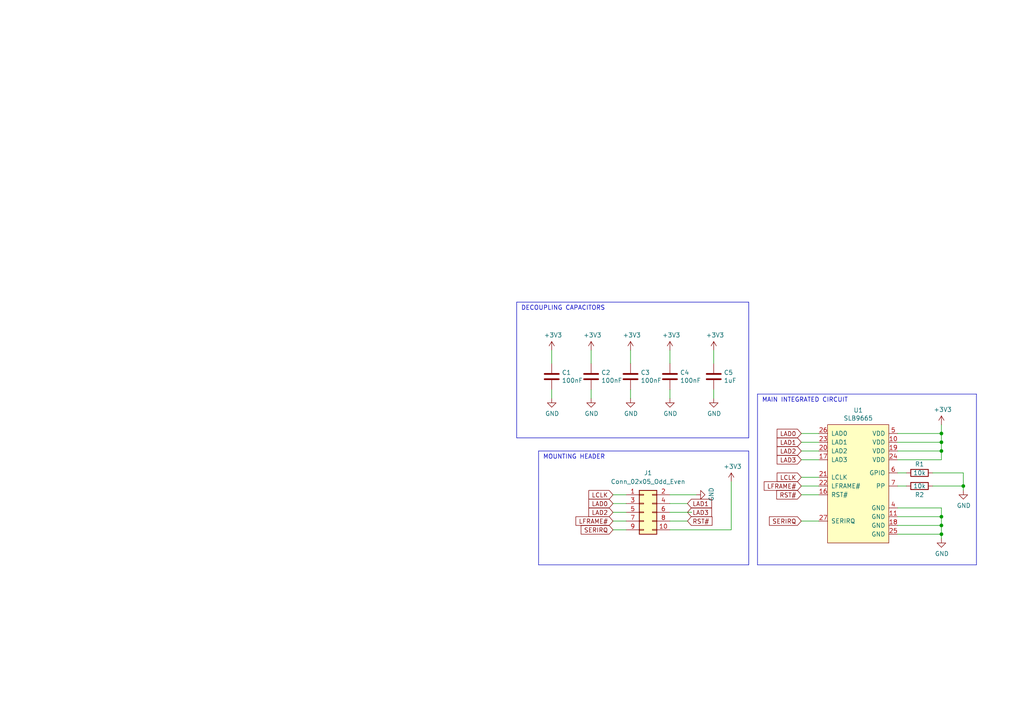
<source format=kicad_sch>
(kicad_sch (version 20230121) (generator eeschema)
  (paper "A4")
  (title_block (title "LPC TPM Module") (date "2023-12-13") (rev "0.1.0") (company "3mdeb") (comment 1 "R,C - 0603") (comment 2 "Pin header - Female 2x5pin, Pitch 2.54mm"))
  (lib_symbols
    (symbol "Connector_Generic:Conn_02x05_Odd_Even" (pin_names (offset 1.016) hide)
      (property "Reference" "J" (at 1.27 7.62 0))
      (property "Value" "Conn_02x05_Odd_Even" (at 1.27 -7.62 0))
      (symbol "Conn_02x05_Odd_Even_1_1"
        (rectangle (start -1.27 -4.953) (end 0 -5.207) (stroke (width 0.1524)))
        (rectangle (start -1.27 -2.413) (end 0 -2.667) (stroke (width 0.1524)))
        (rectangle (start -1.27 0.127) (end 0 -0.127) (stroke (width 0.1524)))
        (rectangle (start -1.27 2.667) (end 0 2.413) (stroke (width 0.1524)))
        (rectangle (start -1.27 5.207) (end 0 4.953) (stroke (width 0.1524)))
        (rectangle (start -1.27 6.35) (end 3.81 -6.35) (stroke (width 0.254)) (fill (type background)))
        (rectangle (start 3.81 -4.953) (end 2.54 -5.207) (stroke (width 0.1524)))
        (rectangle (start 3.81 -2.413) (end 2.54 -2.667) (stroke (width 0.1524)))
        (rectangle (start 3.81 0.127) (end 2.54 -0.127) (stroke (width 0.1524)))
        (rectangle (start 3.81 2.667) (end 2.54 2.413) (stroke (width 0.1524)))
        (rectangle (start 3.81 5.207) (end 2.54 4.953) (stroke (width 0.1524)))
        (pin passive line (at -5.08 5.08 0) (length 3.81) (name "Pin_1") (number "1"))
        (pin passive line (at 7.62 -5.08 180) (length 3.81) (name "Pin_10") (number "10"))
        (pin passive line (at 7.62 5.08 180) (length 3.81) (name "Pin_2") (number "2"))
        (pin passive line (at -5.08 2.54 0) (length 3.81) (name "Pin_3") (number "3"))
        (pin passive line (at 7.62 2.54 180) (length 3.81) (name "Pin_4") (number "4"))
        (pin passive line (at -5.08 0 0) (length 3.81) (name "Pin_5") (number "5"))
        (pin passive line (at 7.62 0 180) (length 3.81) (name "Pin_6") (number "6"))
        (pin passive line (at -5.08 -2.54 0) (length 3.81) (name "Pin_7") (number "7"))
        (pin passive line (at 7.62 -2.54 180) (length 3.81) (name "Pin_8") (number "8"))
        (pin passive line (at -5.08 -5.08 0) (length 3.81) (name "Pin_9") (number "9"))
      )
    )
    (symbol "Device:C" (pin_numbers hide) (pin_names (offset 0.254))
      (property "Reference" "C" (at 0.635 2.54 0))
      (property "Value" "C" (at 0.635 -2.54 0))
      (symbol "C_0_1"
        (polyline (pts (xy -2.032 -0.762) (xy 2.032 -0.762)) (stroke (width 0.508)))
        (polyline (pts (xy -2.032 0.762) (xy 2.032 0.762)) (stroke (width 0.508)))
      )
      (symbol "C_1_1"
        (pin passive line (at 0 3.81 270) (length 2.794) (name "~") (number "1"))
        (pin passive line (at 0 -3.81 90) (length 2.794) (name "~") (number "2"))
      )
    )
    (symbol "Device:R" (pin_numbers hide) (pin_names (offset 0))
      (property "Reference" "R" (at 2.032 0 90))
      (property "Value" "R" (at 0 0 90))
      (symbol "R_0_1"
        (rectangle (start -1.016 -2.54) (end 1.016 2.54) (stroke (width 0.254)))
      )
      (symbol "R_1_1"
        (pin passive line (at 0 3.81 270) (length 1.27) (name "~") (number "1"))
        (pin passive line (at 0 -3.81 90) (length 1.27) (name "~") (number "2"))
      )
    )
    (symbol "power:+3V3" (power) (pin_names (offset 0))
      (property "Value" "+3V3" (at 0 3.556 0))
      (symbol "+3V3_0_1"
        (polyline (pts (xy -0.762 1.27) (xy 0 2.54)))
        (polyline (pts (xy 0 0) (xy 0 2.54)))
        (polyline (pts (xy 0 2.54) (xy 0.762 1.27)))
      )
      (symbol "+3V3_1_1"
        (pin power_in line (at 0 0 90) (length 0) hide (name "+3V3") (number "1"))
      )
    )
    (symbol "power:GND" (power) (pin_names (offset 0))
      (property "Value" "GND" (at 0 -3.81 0))
      (symbol "GND_0_1"
        (polyline (pts (xy 0 0) (xy 0 -1.27) (xy 1.27 -1.27) (xy 0 -2.54) (xy -1.27 -1.27) (xy 0 -1.27)))
      )
      (symbol "GND_1_1"
        (pin power_in line (at 0 0 270) (length 0) hide (name "GND") (number "1"))
      )
    )
    (symbol "tpm-rescue:SLB9665-3mdeb" (pin_names (offset 1.016))
      (property "Reference" "U" (at -7.62 17.78 0))
      (property "Value" "3mdeb:SLB9665" (at 4.445 17.78 0))
      (symbol "SLB9665-3mdeb_0_1"
        (rectangle (start -8.89 16.51) (end 8.89 -17.78) (fill (type background)))
      )
      (symbol "SLB9665-3mdeb_1_1"
        (pin input line (at 11.43 11.43 180) (length 2.54) (name "VDD") (number "10"))
        (pin power_out line (at 11.43 -10.16 180) (length 2.54) (name "GND") (number "11"))
        (pin input line (at -11.43 -3.81 0) (length 2.54) (name "RST#") (number "16"))
        (pin bidirectional line (at -11.43 6.35 0) (length 2.54) (name "LAD3") (number "17"))
        (pin power_out line (at 11.43 -12.7 180) (length 2.54) (name "GND") (number "18"))
        (pin input line (at 11.43 8.89 180) (length 2.54) (name "VDD") (number "19"))
        (pin bidirectional line (at -11.43 8.89 0) (length 2.54) (name "LAD2") (number "20"))
        (pin input line (at -11.43 1.27 0) (length 2.54) (name "LCLK") (number "21"))
        (pin input line (at -11.43 -1.27 0) (length 2.54) (name "LFRAME#") (number "22"))
        (pin bidirectional line (at -11.43 11.43 0) (length 2.54) (name "LAD1") (number "23"))
        (pin input line (at 11.43 6.35 180) (length 2.54) (name "VDD") (number "24"))
        (pin power_out line (at 11.43 -15.24 180) (length 2.54) (name "GND") (number "25"))
        (pin bidirectional line (at -11.43 13.97 0) (length 2.54) (name "LAD0") (number "26"))
        (pin bidirectional line (at -11.43 -11.43 0) (length 2.54) (name "SERIRQ") (number "27"))
        (pin power_out line (at 11.43 -7.62 180) (length 2.54) (name "GND") (number "4"))
        (pin input line (at 11.43 13.97 180) (length 2.54) (name "VDD") (number "5"))
        (pin bidirectional line (at 11.43 2.54 180) (length 2.54) (name "GPIO") (number "6"))
        (pin input line (at 11.43 -1.27 180) (length 2.54) (name "PP") (number "7"))
      )
    )
  )
  (junction (at 273.05 149.86))
  (junction (at 273.05 125.73))
  (junction (at 273.05 152.4))
  (junction (at 279.4 140.97))
  (junction (at 273.05 154.94))
  (junction (at 273.05 130.81))
  (junction (at 273.05 128.27))
  (polyline (pts (xy 156.21 130.81) (xy 156.21 163.83)))
  (wire (pts (xy 212.09 139.7) (xy 212.09 153.67)))
  (wire (pts (xy 270.51 140.97) (xy 279.4 140.97)))
  (wire (pts (xy 273.05 133.35) (xy 273.05 130.81)))
  (polyline (pts (xy 283.21 163.83) (xy 219.71 163.83)))
  (wire (pts (xy 273.05 147.32) (xy 273.05 149.86)))
  (wire (pts (xy 273.05 130.81) (xy 273.05 128.27)))
  (wire (pts (xy 232.41 140.97) (xy 237.49 140.97)))
  (wire (pts (xy 260.35 137.16) (xy 262.89 137.16)))
  (polyline (pts (xy 217.17 163.83) (xy 217.17 130.81)))
  (wire (pts (xy 194.31 148.59) (xy 200.66 148.59)))
  (wire (pts (xy 194.31 143.51) (xy 201.93 143.51)))
  (wire (pts (xy 232.41 128.27) (xy 237.49 128.27)))
  (polyline (pts (xy 217.17 87.63) (xy 149.86 87.63)))
  (wire (pts (xy 232.41 133.35) (xy 237.49 133.35)))
  (polyline (pts (xy 149.86 127) (xy 217.17 127)))
  (wire (pts (xy 232.41 143.51) (xy 237.49 143.51)))
  (wire (pts (xy 260.35 154.94) (xy 273.05 154.94)))
  (polyline (pts (xy 219.71 163.83) (xy 219.71 114.3)))
  (wire (pts (xy 270.51 137.16) (xy 279.4 137.16)))
  (wire (pts (xy 194.31 151.13) (xy 199.39 151.13)))
  (wire (pts (xy 260.35 147.32) (xy 273.05 147.32)))
  (wire (pts (xy 160.02 113.03) (xy 160.02 115.57)))
  (wire (pts (xy 171.45 101.6) (xy 171.45 105.41)))
  (wire (pts (xy 194.31 101.6) (xy 194.31 105.41)))
  (wire (pts (xy 260.35 149.86) (xy 273.05 149.86)))
  (wire (pts (xy 260.35 128.27) (xy 273.05 128.27)))
  (wire (pts (xy 212.09 153.67) (xy 194.31 153.67)))
  (polyline (pts (xy 156.21 163.83) (xy 217.17 163.83)))
  (wire (pts (xy 232.41 151.13) (xy 237.49 151.13)))
  (wire (pts (xy 232.41 138.43) (xy 237.49 138.43)))
  (wire (pts (xy 194.31 146.05) (xy 199.39 146.05)))
  (wire (pts (xy 273.05 149.86) (xy 273.05 152.4)))
  (wire (pts (xy 177.8 153.67) (xy 181.61 153.67)))
  (wire (pts (xy 260.35 152.4) (xy 273.05 152.4)))
  (polyline (pts (xy 149.86 87.63) (xy 149.86 127)))
  (wire (pts (xy 260.35 133.35) (xy 273.05 133.35)))
  (polyline (pts (xy 217.17 127) (xy 217.17 87.63)))
  (wire (pts (xy 160.02 101.6) (xy 160.02 105.41)))
  (wire (pts (xy 177.8 151.13) (xy 181.61 151.13)))
  (wire (pts (xy 177.8 148.59) (xy 181.61 148.59)))
  (polyline (pts (xy 217.17 130.81) (xy 156.21 130.81)))
  (wire (pts (xy 273.05 154.94) (xy 273.05 156.21)))
  (polyline (pts (xy 283.21 114.3) (xy 283.21 163.83)))
  (wire (pts (xy 232.41 125.73) (xy 237.49 125.73)))
  (polyline (pts (xy 219.71 114.3) (xy 283.21 114.3)))
  (wire (pts (xy 207.01 101.6) (xy 207.01 105.41)))
  (wire (pts (xy 273.05 152.4) (xy 273.05 154.94)))
  (wire (pts (xy 182.88 113.03) (xy 182.88 115.57)))
  (wire (pts (xy 260.35 140.97) (xy 262.89 140.97)))
  (wire (pts (xy 260.35 130.81) (xy 273.05 130.81)))
  (wire (pts (xy 182.88 101.6) (xy 182.88 105.41)))
  (wire (pts (xy 177.8 143.51) (xy 181.61 143.51)))
  (wire (pts (xy 279.4 137.16) (xy 279.4 140.97)))
  (wire (pts (xy 177.8 146.05) (xy 181.61 146.05)))
  (wire (pts (xy 194.31 113.03) (xy 194.31 115.57)))
  (wire (pts (xy 207.01 113.03) (xy 207.01 115.57)))
  (wire (pts (xy 273.05 128.27) (xy 273.05 125.73)))
  (wire (pts (xy 279.4 140.97) (xy 279.4 142.24)))
  (wire (pts (xy 232.41 130.81) (xy 237.49 130.81)))
  (wire (pts (xy 171.45 113.03) (xy 171.45 115.57)))
  (wire (pts (xy 273.05 125.73) (xy 273.05 123.19)))
  (wire (pts (xy 260.35 125.73) (xy 273.05 125.73)))
  (text "DECOUPLING CAPACITORS" (at 151.13 90.17 0) (effects (font (size 1.27 1.27)) (justify left bottom)))
  (text "MAIN INTEGRATED CIRCUIT" (at 220.98 116.84 0) (effects (font (size 1.27 1.27)) (justify left bottom)))
  (text "MOUNTING HEADER" (at 157.48 133.35 0) (effects (font (size 1.27 1.27)) (justify left bottom)))
  (global_label "SERIRQ" (shape input) (at 177.8 153.67 180) (property "Intersheetrefs" "${INTERSHEET_REFS}" (effects hide)))
  (global_label "SERIRQ" (shape input) (at 232.41 151.13 180) (property "Intersheetrefs" "${INTERSHEET_REFS}" (effects hide)))
  (global_label "RST#" (shape input) (at 199.39 151.13 0) (property "Intersheetrefs" "${INTERSHEET_REFS}" (effects hide)))
  (global_label "LAD3" (shape input) (at 232.41 133.35 180) (property "Intersheetrefs" "${INTERSHEET_REFS}" (effects hide)))
  (global_label "LCLK" (shape input) (at 177.8 143.51 180) (property "Intersheetrefs" "${INTERSHEET_REFS}" (effects hide)))
  (global_label "LAD2" (shape input) (at 177.8 148.59 180) (property "Intersheetrefs" "${INTERSHEET_REFS}" (effects hide)))
  (global_label "LFRAME#" (shape input) (at 177.8 151.13 180) (property "Intersheetrefs" "${INTERSHEET_REFS}" (effects hide)))
  (global_label "LAD0" (shape input) (at 177.8 146.05 180) (property "Intersheetrefs" "${INTERSHEET_REFS}" (effects hide)))
  (global_label "LFRAME#" (shape input) (at 232.41 140.97 180) (property "Intersheetrefs" "${INTERSHEET_REFS}" (effects hide)))
  (global_label "RST#" (shape input) (at 232.41 143.51 180) (property "Intersheetrefs" "${INTERSHEET_REFS}" (effects hide)))
  (global_label "LAD0" (shape input) (at 232.41 125.73 180) (property "Intersheetrefs" "${INTERSHEET_REFS}" (effects hide)))
  (global_label "LAD1" (shape input) (at 199.39 146.05 0) (property "Intersheetrefs" "${INTERSHEET_REFS}" (effects hide)))
  (global_label "LCLK" (shape input) (at 232.41 138.43 180) (property "Intersheetrefs" "${INTERSHEET_REFS}" (effects hide)))
  (global_label "LAD3" (shape input) (at 199.39 148.59 0) (property "Intersheetrefs" "${INTERSHEET_REFS}" (effects hide)))
  (global_label "LAD1" (shape input) (at 232.41 128.27 180) (property "Intersheetrefs" "${INTERSHEET_REFS}" (effects hide)))
  (global_label "LAD2" (shape input) (at 232.41 130.81 180) (property "Intersheetrefs" "${INTERSHEET_REFS}" (effects hide)))
  (symbol (lib_id "power:GND") (at 273.05 156.21 0) (unit 1)
    (property "Reference" "#PWR0101" (effects hide))
    (property "Value" "GND" (at 273.177 160.6042 0))
  )
  (symbol (lib_id "Device:R") (at 266.7 137.16 270) (unit 1)
    (property "Reference" "R1" (at 266.7 134.62 90))
    (property "Value" "10k" (at 266.7 137.16 90))
    (property "Footprint" "Resistor_SMD:R_0603_1608Metric" (effects hide))
  )
  (symbol (lib_id "Device:R") (at 266.7 140.97 270) (unit 1)
    (property "Reference" "R2" (at 266.7 143.51 90))
    (property "Value" "10k" (at 266.7 140.97 90))
    (property "Footprint" "Resistor_SMD:R_0603_1608Metric" (effects hide))
  )
  (symbol (lib_id "tpm-rescue:SLB9665-3mdeb") (at 248.92 139.7 0) (unit 1)
    (property "Reference" "U1" (at 248.92 118.999 0))
    (property "Value" "SLB9665" (at 248.92 121.3104 0))
    (property "Footprint" "Package_SO:TSSOP-28_4.4x9.7mm_P0.65mm" (effects hide))
    (property "Datasheet" "https://www.infineon.com/dgdl/Infineon-TPM%20SLB%209665-DS-v10_15-EN.pdf?fileId=5546d4625185e0e201518b83d9273d87" (effects hide))
  )
  (symbol (lib_id "power:+3V3") (at 273.05 123.19 0) (unit 1)
    (property "Reference" "#PWR0102" (effects hide))
    (property "Value" "+3V3" (at 273.431 118.7958 0))
  )
  (symbol (lib_id "Connector_Generic:Conn_02x05_Odd_Even") (at 186.69 148.59 0) (unit 1)
    (property "Reference" "J1" (at 187.96 137.16 0))
    (property "Value" "Conn_02x05_Odd_Even" (at 187.96 139.7 0))
    (property "Footprint" "Connector_PinSocket_2.54mm:PinSocket_2x05_P2.54mm_Vertical" (effects hide))
  )
  (symbol (lib_id "Device:C") (at 160.02 109.22 0) (unit 1)
    (property "Reference" "C1" (at 162.941 108.0516 0) (effects (justify left)))
    (property "Value" "100nF" (at 162.941 110.363 0) (effects (justify left)))
    (property "Footprint" "Capacitor_SMD:C_0603_1608Metric" (effects hide))
  )
  (symbol (lib_id "power:GND") (at 279.4 142.24 0) (unit 1)
    (property "Reference" "#PWR0115" (effects hide))
    (property "Value" "GND" (at 279.527 146.6342 0))
  )
  (symbol (lib_id "Device:C") (at 171.45 109.22 0) (unit 1)
    (property "Reference" "C2" (at 174.371 108.0516 0) (effects (justify left)))
    (property "Value" "100nF" (at 174.371 110.363 0) (effects (justify left)))
    (property "Footprint" "Capacitor_SMD:C_0603_1608Metric" (effects hide))
  )
  (symbol (lib_id "Device:C") (at 182.88 109.22 0) (unit 1)
    (property "Reference" "C3" (at 185.801 108.0516 0) (effects (justify left)))
    (property "Value" "100nF" (at 185.801 110.363 0) (effects (justify left)))
    (property "Footprint" "Capacitor_SMD:C_0603_1608Metric" (effects hide))
  )
  (symbol (lib_id "Device:C") (at 194.31 109.22 0) (unit 1)
    (property "Reference" "C4" (at 197.231 108.0516 0) (effects (justify left)))
    (property "Value" "100nF" (at 197.231 110.363 0) (effects (justify left)))
    (property "Footprint" "Capacitor_SMD:C_0603_1608Metric" (effects hide))
  )
  (symbol (lib_id "power:GND") (at 160.02 115.57 0) (unit 1)
    (property "Reference" "#PWR0103" (effects hide))
    (property "Value" "GND" (at 160.147 119.9642 0))
  )
  (symbol (lib_id "power:GND") (at 171.45 115.57 0) (unit 1)
    (property "Reference" "#PWR0104" (effects hide))
    (property "Value" "GND" (at 171.577 119.9642 0))
  )
  (symbol (lib_id "power:GND") (at 182.88 115.57 0) (unit 1)
    (property "Reference" "#PWR0105" (effects hide))
    (property "Value" "GND" (at 183.007 119.9642 0))
  )
  (symbol (lib_id "power:GND") (at 194.31 115.57 0) (unit 1)
    (property "Reference" "#PWR0106" (effects hide))
    (property "Value" "GND" (at 194.437 119.9642 0))
  )
  (symbol (lib_id "power:+3V3") (at 160.02 101.6 0) (unit 1)
    (property "Reference" "#PWR0107" (effects hide))
    (property "Value" "+3V3" (at 160.401 97.2058 0))
  )
  (symbol (lib_id "power:+3V3") (at 171.45 101.6 0) (unit 1)
    (property "Reference" "#PWR0108" (effects hide))
    (property "Value" "+3V3" (at 171.831 97.2058 0))
  )
  (symbol (lib_id "power:+3V3") (at 182.88 101.6 0) (unit 1)
    (property "Reference" "#PWR0109" (effects hide))
    (property "Value" "+3V3" (at 183.261 97.2058 0))
  )
  (symbol (lib_id "power:+3V3") (at 207.01 101.6 0) (unit 1)
    (property "Reference" "#PWR0110" (effects hide))
    (property "Value" "+3V3" (at 207.391 97.2058 0))
  )
  (symbol (lib_id "Device:C") (at 207.01 109.22 0) (unit 1)
    (property "Reference" "C5" (at 209.931 108.0516 0) (effects (justify left)))
    (property "Value" "1uF" (at 209.931 110.363 0) (effects (justify left)))
    (property "Footprint" "Capacitor_SMD:C_0603_1608Metric" (effects hide))
  )
  (symbol (lib_id "power:+3V3") (at 194.31 101.6 0) (unit 1)
    (property "Reference" "#PWR0111" (effects hide))
    (property "Value" "+3V3" (at 194.691 97.2058 0))
  )
  (symbol (lib_id "power:GND") (at 207.01 115.57 0) (unit 1)
    (property "Reference" "#PWR0112" (effects hide))
    (property "Value" "GND" (at 207.137 119.9642 0))
  )
  (symbol (lib_id "power:+3V3") (at 212.09 139.7 0) (unit 1)
    (property "Reference" "#PWR0113" (effects hide))
    (property "Value" "+3V3" (at 212.471 135.3058 0))
  )
  (symbol (lib_id "power:GND") (at 201.93 143.51 90) (unit 1)
    (property "Reference" "#PWR0114" (effects hide))
    (property "Value" "GND" (at 206.3242 143.383 0))
  )
)
</source>
